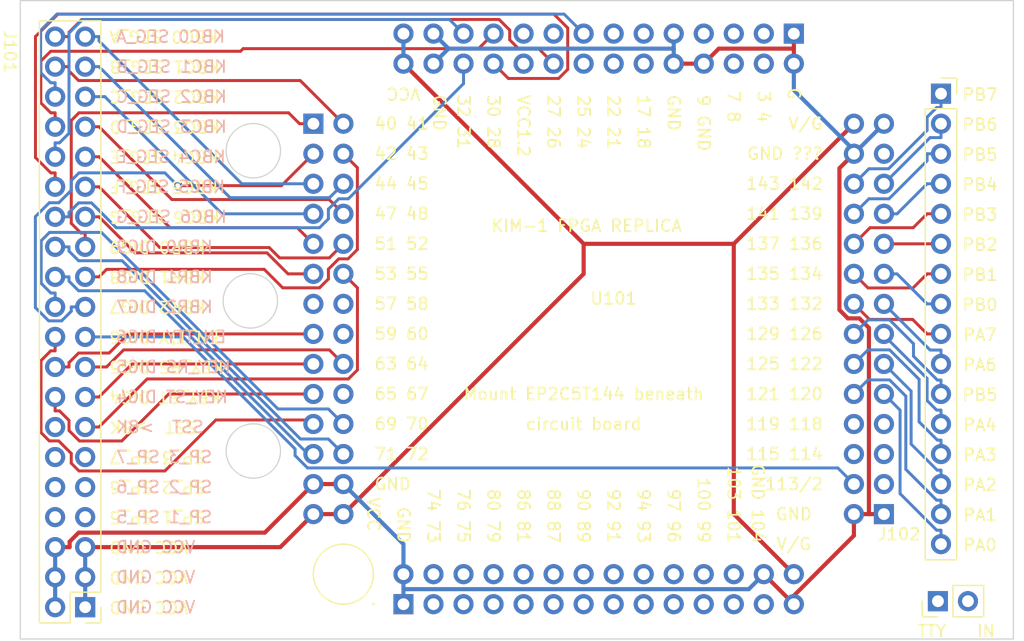
<source format=kicad_pcb>
(kicad_pcb (version 20211014) (generator pcbnew)
  (layers (0 "F.Cu" signal) (31 "B.Cu" signal) (34 "B.Paste" user) (35 "F.Paste" user) (36 "B.SilkS" user "B.Silkscreen") (37 "F.SilkS" user "F.Silkscreen") (38 "B.Mask" user) (39 "F.Mask" user) (44 "Edge.Cuts" user))
  (net 0 "")
  (net 1 "KB_ROW_3")
  (net 2 "LED_DIG_5")
  (net 4 "TTYO")
  (net 5 "ENABLE_TTY")
  (net 6 "TTYIN")
  (net 7 "PA_0")
  (net 8 "PA_1")
  (net 9 "PA_2")
  (net 10 "PA_3")
  (net 11 "PA_4")
  (net 12 "PA_5")
  (net 13 "PA_6")
  (net 14 "PA_7")
  (net 15 "PB_0")
  (net 16 "PB_1")
  (net 17 "PB_2")
  (net 18 "PB_3")
  (net 19 "PB_4")
  (net 20 "PB_5")
  (net 21 "PB_6")
  (net 22 "PB_7")
  (net 27 "LED_SEG_2")
  (net 28 "LED_SEG_0")
  (net 29 "LED_SEG_3")
  (net 30 "LED_SEG_5")
  (net 31 "LED_SEG_4")
  (net 32 "LED_SEG_6")
  (net 33 "KB_ROW_0")
  (net 34 "LED_SEG_1")
  (net 35 "KB_ROW_2")
  (net 36 "KB_ROW_1")
  (net 37 "KB_COL_0")
  (net 38 "KB_COL_1")
  (net 39 "KB_COL_2")
  (net 40 "KB_COL_3")
  (net 41 "KB_COL_4")
  (net 42 "KB_COL_5")
  (net 43 "KB_COL_6")
  (net 44 "ST_KEY")
  (net 45 "RS_KEY")
  (net 46 "LED_DIG_4")
  (net 48 "LED_DIG_6")
  (net 49 "LED_DIG_7")
  (net 50 "LED_DIG_8")
  (net 51 "LED_DIG_9")
  (net 52 "SPARE1")
  (net 53 "SPARE5")
  (net 54 "SPARE2")
  (net 55 "SPARE6")
  (net 56 "SPARE3")
  (net 57 "SPARE7")
  (net 58 "SST_KEY")
  (net 59 "EXP_RAM")
  (net 60 "3V3")
  (net 97 "GND")
  (footprint "kim1:connector" (layer "F.Cu") (at 94.488 119.888 -90)
    (fp_text reference "J101")
    (fp_text value "Conn_02x20_Odd_Even")
  )
  (footprint "EP2C5:EP2C5" (layer "F.Cu") (at 139.192 99.314 -90)
    (fp_text reference "U101")
    (fp_text value "EP2C5")
  )
  (footprint "Connector_PinSocket_2.54mm:PinSocket_1x16_P2.54mm_Vertical" (layer "F.Cu") (at 166.878 76.454)
    (fp_text reference "J102")
    (fp_text value "Conn_01x16_Male")
  )
  (footprint "Connector_PinHeader_2.54mm:PinHeader_1x02_P2.54mm_Vertical" (layer "F.Cu") (at 166.619 119.38 90)
    (fp_text reference "J103" hide)
    (fp_text value "TTY")
  )
  (gr_line locked (start 89 122.58) (end 173 122.58) (layer "Edge.Cuts") (width 0.1))
  (gr_circle (center 108.458 93.98) (end 110.758 93.98) (layer "Edge.Cuts") (width 0.1) (fill none))
  (gr_line locked (start 173 68.58) (end 173 122.58) (layer "Edge.Cuts") (width 0.1))
  (gr_circle (center 108.712 106.68) (end 111.012 106.68) (layer "Edge.Cuts") (width 0.1) (fill none))
  (gr_line locked (start 89 68.58) (end 173 68.58) (layer "Edge.Cuts") (width 0.1))
  (gr_line locked (start 89 68.58) (end 89 122.58) (layer "Edge.Cuts") (width 0.1))
  (gr_circle (center 108.712 81.28) (end 111.012 81.28) (layer "Edge.Cuts") (width 0.1) (fill none))
  (gr_text "PA2\n" (at 170.18 109.55) (layer "F.SilkS") (effects (font (size 1 1))))
  (gr_text "PB1" (at 170.18 91.77) (layer "F.SilkS") (effects (font (size 1 1))))
  (gr_text "KIM-1 FPGA REPLICA" (at 136.906 87.63) (layer "F.SilkS") (effects (font (size 1 1))))
  (gr_text "PB7" (at 170.18 76.53) (layer "F.SilkS") (effects (font (size 1 1))))
  (gr_text "PB5" (at 170.18 81.61) (layer "F.SilkS") (effects (font (size 1 1))))
  (gr_text "PB0" (at 170.18 94.31) (layer "F.SilkS") (effects (font (size 1 1))))
  (gr_text "PA7" (at 170.18 96.85) (layer "F.SilkS") (effects (font (size 1 1))))
  (gr_text "PA6" (at 170.18 99.39) (layer "F.SilkS") (effects (font (size 1 1))))
  (gr_text "PA3" (at 170.18 107.01) (layer "F.SilkS") (effects (font (size 1 1))))
  (gr_text "PB3" (at 170.18 86.69) (layer "F.SilkS") (effects (font (size 1 1))))
  (gr_text "PA4" (at 170.18 104.47) (layer "F.SilkS") (effects (font (size 1 1))))
  (gr_text "PB5" (at 170.18 101.93) (layer "F.SilkS") (effects (font (size 1 1))))
  (gr_text "IN" (at 170.688 121.92) (layer "F.SilkS") (effects (font (size 1 1))))
  (gr_text "PB2\n" (at 170.18 89.23) (layer "F.SilkS") (effects (font (size 1 1))))
  (gr_text "PA0" (at 170.18 114.63) (layer "F.SilkS") (effects (font (size 1 1))))
  (gr_text "PB6" (at 170.18 79.07) (layer "F.SilkS") (effects (font (size 1 1))))
  (gr_text "TTY\n" (at 166.116 121.92) (layer "F.SilkS") (effects (font (size 1 1))))
  (gr_text "PB4" (at 170.18 84.15) (layer "F.SilkS") (effects (font (size 1 1))))
  (gr_text "PA1\n" (at 170.18 112.09) (layer "F.SilkS") (effects (font (size 1 1))))
  (segment (start 98.139 96.774) (end 113.792 96.774) (width 0.25) (layer "F.Cu") (net 2))
  (segment (start 93.9312 98.3927) (end 96.5203 98.3927) (width 0.25) (layer "F.Cu") (net 2))
  (segment (start 93.1233 99.2006) (end 93.9312 98.3927) (width 0.25) (layer "F.Cu") (net 2))
  (segment (start 96.5203 98.3927) (end 98.139 96.774) (width 0.25) (layer "F.Cu") (net 2))
  (segment (start 91.948 99.568) (end 93.1233 99.568) (width 0.25) (layer "F.Cu") (net 2))
  (segment (start 93.1233 99.568) (end 93.1233 99.2006) (width 0.25) (layer "F.Cu") (net 2))
  (segment (start 112.2446 107.0594) (end 113.2945 108.1093) (width 0.25) (layer "B.Cu") (net 5))
  (segment (start 158.1474 108.1093) (end 158.1474 108.1094) (width 0.25) (layer "B.Cu") (net 5))
  (segment (start 102.7722 97.028) (end 112.2446 106.5004) (width 0.25) (layer "B.Cu") (net 5))
  (segment (start 113.2945 108.1093) (end 158.1474 108.1093) (width 0.25) (layer "B.Cu") (net 5))
  (segment (start 94.488 97.028) (end 102.7722 97.028) (width 0.25) (layer "B.Cu") (net 5))
  (segment (start 158.1474 108.1094) (end 159.512 109.474) (width 0.25) (layer "B.Cu") (net 5))
  (segment (start 112.2446 106.5004) (end 112.2446 107.0594) (width 0.25) (layer "B.Cu") (net 5))
  (segment (start 163.4166 110.2846) (end 163.4166 103.2186) (width 0.25) (layer "B.Cu") (net 7))
  (segment (start 166.878 113.3787) (end 166.5107 113.3787) (width 0.25) (layer "B.Cu") (net 7))
  (segment (start 166.878 114.554) (end 166.878 113.3787) (width 0.25) (layer "B.Cu") (net 7))
  (segment (start 163.4166 103.2186) (end 162.052 101.854) (width 0.25) (layer "B.Cu") (net 7))
  (segment (start 166.5107 113.3787) (end 163.4166 110.2846) (width 0.25) (layer "B.Cu") (net 7))
  (segment (start 166.878 112.014) (end 166.878 110.8387) (width 0.25) (layer "B.Cu") (net 8))
  (segment (start 166.878 110.8387) (end 166.5107 110.8387) (width 0.25) (layer "B.Cu") (net 8))
  (segment (start 160.7026 100.6634) (end 159.512 101.854) (width 0.25) (layer "B.Cu") (net 8))
  (segment (start 166.5107 110.8387) (end 163.9015 108.2295) (width 0.25) (layer "B.Cu") (net 8))
  (segment (start 163.9015 108.2295) (end 163.9015 102.0371) (width 0.25) (layer "B.Cu") (net 8))
  (segment (start 162.5278 100.6634) (end 160.7026 100.6634) (width 0.25) (layer "B.Cu") (net 8))
  (segment (start 163.9015 102.0371) (end 162.5278 100.6634) (width 0.25) (layer "B.Cu") (net 8))
  (segment (start 166.878 108.2987) (end 166.5541 108.2987) (width 0.25) (layer "B.Cu") (net 9))
  (segment (start 166.5541 108.2987) (end 164.3519 106.0965) (width 0.25) (layer "B.Cu") (net 9))
  (segment (start 164.3519 101.6139) (end 162.052 99.314) (width 0.25) (layer "B.Cu") (net 9))
  (segment (start 164.3519 106.0965) (end 164.3519 101.6139) (width 0.25) (layer "B.Cu") (net 9))
  (segment (start 166.878 109.474) (end 166.878 108.2987) (width 0.25) (layer "B.Cu") (net 9))
  (segment (start 165.0272 100.618) (end 162.5326 98.1234) (width 0.25) (layer "B.Cu") (net 10))
  (segment (start 165.0272 104.2123) (end 165.0272 100.618) (width 0.25) (layer "B.Cu") (net 10))
  (segment (start 166.878 105.7587) (end 166.5736 105.7587) (width 0.25) (layer "B.Cu") (net 10))
  (segment (start 166.878 106.934) (end 166.878 105.7587) (width 0.25) (layer "B.Cu") (net 10))
  (segment (start 160.7026 98.1234) (end 159.512 99.314) (width 0.25) (layer "B.Cu") (net 10))
  (segment (start 162.5326 98.1234) (end 160.7026 98.1234) (width 0.25) (layer "B.Cu") (net 10))
  (segment (start 166.5736 105.7587) (end 165.0272 104.2123) (width 0.25) (layer "B.Cu") (net 10))
  (segment (start 166.878 104.394) (end 166.878 103.2187) (width 0.25) (layer "B.Cu") (net 11))
  (segment (start 166.5106 103.2187) (end 165.7027 102.4108) (width 0.25) (layer "B.Cu") (net 11))
  (segment (start 166.878 103.2187) (end 166.5106 103.2187) (width 0.25) (layer "B.Cu") (net 11))
  (segment (start 165.7027 100.5471) (end 162.052 96.8964) (width 0.25) (layer "B.Cu") (net 11))
  (segment (start 165.7027 102.4108) (end 165.7027 100.5471) (width 0.25) (layer "B.Cu") (net 11))
  (segment (start 162.052 96.8964) (end 162.052 96.774) (width 0.25) (layer "B.Cu") (net 11))
  (segment (start 160.7026 95.5834) (end 159.512 96.774) (width 0.25) (layer "B.Cu") (net 12))
  (segment (start 166.5729 100.6787) (end 164.552 98.6578) (width 0.25) (layer "B.Cu") (net 12))
  (segment (start 162.5278 95.5834) (end 160.7026 95.5834) (width 0.25) (layer "B.Cu") (net 12))
  (segment (start 164.552 97.6076) (end 162.5278 95.5834) (width 0.25) (layer "B.Cu") (net 12))
  (segment (start 164.552 98.6578) (end 164.552 97.6076) (width 0.25) (layer "B.Cu") (net 12))
  (segment (start 166.878 100.6787) (end 166.5729 100.6787) (width 0.25) (layer "B.Cu") (net 12))
  (segment (start 166.878 101.854) (end 166.878 100.6787) (width 0.25) (layer "B.Cu") (net 12))
  (segment (start 165.9567 98.1387) (end 162.052 94.234) (width 0.25) (layer "B.Cu") (net 13))
  (segment (start 166.878 99.314) (end 166.878 98.1387) (width 0.25) (layer "B.Cu") (net 13))
  (segment (start 166.878 98.1387) (end 165.9567 98.1387) (width 0.25) (layer "B.Cu") (net 13))
  (segment (start 165.7027 96.774) (end 164.4764 95.5477) (width 0.25) (layer "F.Cu") (net 14))
  (segment (start 160.8257 95.5477) (end 159.512 94.234) (width 0.25) (layer "F.Cu") (net 14))
  (segment (start 164.4764 95.5477) (end 160.8257 95.5477) (width 0.25) (layer "F.Cu") (net 14))
  (segment (start 166.878 96.774) (end 165.7027 96.774) (width 0.25) (layer "F.Cu") (net 14))
  (segment (start 163.1627 91.694) (end 162.052 91.694) (width 0.25) (layer "B.Cu") (net 15))
  (segment (start 166.878 94.234) (end 165.7027 94.234) (width 0.25) (layer "B.Cu") (net 15))
  (segment (start 165.7027 94.234) (end 163.1627 91.694) (width 0.25) (layer "B.Cu") (net 15))
  (segment (start 160.7026 92.8846) (end 159.512 91.694) (width 0.25) (layer "F.Cu") (net 16))
  (segment (start 165.7027 91.694) (end 164.5121 92.8846) (width 0.25) (layer "F.Cu") (net 16))
  (segment (start 164.5121 92.8846) (end 160.7026 92.8846) (width 0.25) (layer "F.Cu") (net 16))
  (segment (start 166.878 91.694) (end 165.7027 91.694) (width 0.25) (layer "F.Cu") (net 16))
  (segment (start 166.878 89.154) (end 162.052 89.154) (width 0.25) (layer "F.Cu") (net 17))
  (segment (start 165.7027 86.614) (end 164.5274 87.7893) (width 0.25) (layer "F.Cu") (net 18))
  (segment (start 164.5274 87.7893) (end 160.8767 87.7893) (width 0.25) (layer "F.Cu") (net 18))
  (segment (start 166.878 86.614) (end 165.7027 86.614) (width 0.25) (layer "F.Cu") (net 18))
  (segment (start 160.8767 87.7893) (end 159.512 89.154) (width 0.25) (layer "F.Cu") (net 18))
  (segment (start 165.7027 84.074) (end 163.1627 86.614) (width 0.25) (layer "B.Cu") (net 19))
  (segment (start 163.1627 86.614) (end 162.052 86.614) (width 0.25) (layer "B.Cu") (net 19))
  (segment (start 166.878 84.074) (end 165.7027 84.074) (width 0.25) (layer "B.Cu") (net 19))
  (segment (start 162.4803 85.344) (end 160.782 85.344) (width 0.25) (layer "B.Cu") (net 20))
  (segment (start 166.878 81.534) (end 165.7027 81.534) (width 0.25) (layer "B.Cu") (net 20))
  (segment (start 165.7027 81.534) (end 165.7027 82.1216) (width 0.25) (layer "B.Cu") (net 20))
  (segment (start 165.7027 82.1216) (end 162.4803 85.344) (width 0.25) (layer "B.Cu") (net 20))
  (segment (start 160.782 85.344) (end 159.512 86.614) (width 0.25) (layer "B.Cu") (net 20))
  (segment (start 166.878 80.1693) (end 165.9567 80.1693) (width 0.25) (layer "B.Cu") (net 21))
  (segment (start 165.9567 80.1693) (end 162.052 84.074) (width 0.25) (layer "B.Cu") (net 21))
  (segment (start 166.878 78.994) (end 166.878 80.1693) (width 0.25) (layer "B.Cu") (net 21))
  (segment (start 166.878 76.454) (end 166.878 77.6293) (width 0.25) (layer "B.Cu") (net 22))
  (segment (start 162.4484 82.804) (end 160.782 82.804) (width 0.25) (layer "B.Cu") (net 22))
  (segment (start 165.7027 79.5497) (end 162.4484 82.804) (width 0.25) (layer "B.Cu") (net 22))
  (segment (start 166.5106 77.6293) (end 165.7027 78.4372) (width 0.25) (layer "B.Cu") (net 22))
  (segment (start 160.782 82.804) (end 159.512 84.074) (width 0.25) (layer "B.Cu") (net 22))
  (segment (start 165.7027 78.4372) (end 165.7027 79.5497) (width 0.25) (layer "B.Cu") (net 22))
  (segment (start 166.878 77.6293) (end 166.5106 77.6293) (width 0.25) (layer "B.Cu") (net 22))
  (segment (start 91.5807 75.5327) (end 90.7212 74.6732) (width 0.25) (layer "B.Cu") (net 27))
  (segment (start 91.948 75.5327) (end 91.5807 75.5327) (width 0.25) (layer "B.Cu") (net 27))
  (segment (start 91.948 76.708) (end 91.948 75.5327) (width 0.25) (layer "B.Cu") (net 27))
  (segment (start 135.0038 69.7258) (end 136.652 71.374) (width 0.25) (layer "B.Cu") (net 27))
  (segment (start 90.7212 71.1007) (end 92.0961 69.7258) (width 0.25) (layer "B.Cu") (net 27))
  (segment (start 90.7212 74.6732) (end 90.7212 71.1007) (width 0.25) (layer "B.Cu") (net 27))
  (segment (start 92.0961 69.7258) (end 135.0038 69.7258) (width 0.25) (layer "B.Cu") (net 27))
  (segment (start 91.948 71.628) (end 93.1233 71.628) (width 0.25) (layer "F.Cu") (net 28))
  (segment (start 130.3966 71.0738) (end 130.3966 71.8996) (width 0.25) (layer "F.Cu") (net 28))
  (segment (start 93.1233 71.2607) (end 94.2078 70.1762) (width 0.25) (layer "F.Cu") (net 28))
  (segment (start 132.842 72.644) (end 134.112 73.914) (width 0.25) (layer "F.Cu") (net 28))
  (segment (start 131.141 72.644) (end 132.842 72.644) (width 0.25) (layer "F.Cu") (net 28))
  (segment (start 129.499 70.1762) (end 130.3966 71.0738) (width 0.25) (layer "F.Cu") (net 28))
  (segment (start 94.2078 70.1762) (end 129.499 70.1762) (width 0.25) (layer "F.Cu") (net 28))
  (segment (start 93.1233 71.628) (end 93.1233 71.2607) (width 0.25) (layer "F.Cu") (net 28))
  (segment (start 130.3966 71.8996) (end 131.141 72.644) (width 0.25) (layer "F.Cu") (net 28))
  (segment (start 91.571 72.8675) (end 107.6282 72.8675) (width 0.25) (layer "F.Cu") (net 29))
  (segment (start 107.6282 72.8675) (end 107.8517 72.644) (width 0.25) (layer "F.Cu") (net 29))
  (segment (start 90.7366 77.2286) (end 90.7366 73.7019) (width 0.25) (layer "F.Cu") (net 29))
  (segment (start 91.948 78.0727) (end 91.5807 78.0727) (width 0.25) (layer "F.Cu") (net 29))
  (segment (start 91.948 79.248) (end 91.948 78.0727) (width 0.25) (layer "F.Cu") (net 29))
  (segment (start 90.7366 73.7019) (end 91.571 72.8675) (width 0.25) (layer "F.Cu") (net 29))
  (segment (start 107.8517 72.644) (end 127.762 72.644) (width 0.25) (layer "F.Cu") (net 29))
  (segment (start 127.762 72.644) (end 129.032 71.374) (width 0.25) (layer "F.Cu") (net 29))
  (segment (start 91.5807 78.0727) (end 90.7366 77.2286) (width 0.25) (layer "F.Cu") (net 29))
  (segment (start 90.2862 81.8582) (end 90.2862 71.6228) (width 0.25) (layer "F.Cu") (net 30))
  (segment (start 91.948 84.328) (end 91.948 83.1527) (width 0.25) (layer "F.Cu") (net 30))
  (segment (start 92.1832 69.7258) (end 134.133 69.7258) (width 0.25) (layer "F.Cu") (net 30))
  (segment (start 91.948 83.1527) (end 91.5807 83.1527) (width 0.25) (layer "F.Cu") (net 30))
  (segment (start 130.2854 75.1674) (end 129.032 73.914) (width 0.25) (layer "F.Cu") (net 30))
  (segment (start 135.3039 70.8967) (end 135.3039 74.4007) (width 0.25) (layer "F.Cu") (net 30))
  (segment (start 90.2862 71.6228) (end 92.1832 69.7258) (width 0.25) (layer "F.Cu") (net 30))
  (segment (start 91.5807 83.1527) (end 90.2862 81.8582) (width 0.25) (layer "F.Cu") (net 30))
  (segment (start 134.133 69.7258) (end 135.3039 70.8967) (width 0.25) (layer "F.Cu") (net 30))
  (segment (start 135.3039 74.4007) (end 134.5372 75.1674) (width 0.25) (layer "F.Cu") (net 30))
  (segment (start 134.5372 75.1674) (end 130.2854 75.1674) (width 0.25) (layer "F.Cu") (net 30))
  (segment (start 91.948 81.788) (end 91.948 80.6127) (width 0.25) (layer "B.Cu") (net 31))
  (segment (start 94.2721 70.1769) (end 125.2949 70.1769) (width 0.25) (layer "B.Cu") (net 31))
  (segment (start 93.1233 71.3257) (end 94.2721 70.1769) (width 0.25) (layer "B.Cu") (net 31))
  (segment (start 92.3154 80.6127) (end 93.1233 79.8048) (width 0.25) (layer "B.Cu") (net 31))
  (segment (start 93.1233 79.8048) (end 93.1233 71.3257) (width 0.25) (layer "B.Cu") (net 31))
  (segment (start 125.2949 70.1769) (end 126.492 71.374) (width 0.25) (layer "B.Cu") (net 31))
  (segment (start 91.948 80.6127) (end 92.3154 80.6127) (width 0.25) (layer "B.Cu") (net 31))
  (segment (start 114.3176 87.7894) (end 115.062 87.045) (width 0.25) (layer "B.Cu") (net 32))
  (segment (start 115.062 86.2176) (end 115.9356 85.344) (width 0.25) (layer "B.Cu") (net 32))
  (segment (start 91.948 86.868) (end 93.1233 86.868) (width 0.25) (layer "B.Cu") (net 32))
  (segment (start 126.492 75.6045) (end 126.492 73.914) (width 0.25) (layer "B.Cu") (net 32))
  (segment (start 116.7525 85.344) (end 126.492 75.6045) (width 0.25) (layer "B.Cu") (net 32))
  (segment (start 115.062 87.045) (end 115.062 86.2176) (width 0.25) (layer "B.Cu") (net 32))
  (segment (start 97.1218 87.7894) (end 114.3176 87.7894) (width 0.25) (layer "B.Cu") (net 32))
  (segment (start 95.0203 85.6879) (end 97.1218 87.7894) (width 0.25) (layer "B.Cu") (net 32))
  (segment (start 93.1233 86.5007) (end 93.9361 85.6879) (width 0.25) (layer "B.Cu") (net 32))
  (segment (start 93.9361 85.6879) (end 95.0203 85.6879) (width 0.25) (layer "B.Cu") (net 32))
  (segment (start 93.1233 86.868) (end 93.1233 86.5007) (width 0.25) (layer "B.Cu") (net 32))
  (segment (start 115.9356 85.344) (end 116.7525 85.344) (width 0.25) (layer "B.Cu") (net 32))
  (segment (start 113.792 78.994) (end 112.6167 78.994) (width 0.25) (layer "F.Cu") (net 33))
  (segment (start 94.488 88.2327) (end 94.1207 88.2327) (width 0.25) (layer "F.Cu") (net 33))
  (segment (start 94.488 89.408) (end 94.488 88.2327) (width 0.25) (layer "F.Cu") (net 33))
  (segment (start 93.3126 87.4246) (end 93.3126 78.7224) (width 0.25) (layer "F.Cu") (net 33))
  (segment (start 111.6937 78.071) (end 112.6167 78.994) (width 0.25) (layer "F.Cu") (net 33))
  (segment (start 93.964 78.071) (end 111.6937 78.071) (width 0.25) (layer "F.Cu") (net 33))
  (segment (start 93.3126 78.7224) (end 93.964 78.071) (width 0.25) (layer "F.Cu") (net 33))
  (segment (start 94.1207 88.2327) (end 93.3126 87.4246) (width 0.25) (layer "F.Cu") (net 33))
  (segment (start 93.9312 75.3433) (end 112.6813 75.3433) (width 0.25) (layer "F.Cu") (net 34))
  (segment (start 93.1233 74.168) (end 93.1233 74.5354) (width 0.25) (layer "F.Cu") (net 34))
  (segment (start 93.1233 74.5354) (end 93.9312 75.3433) (width 0.25) (layer "F.Cu") (net 34))
  (segment (start 112.6813 75.3433) (end 116.332 78.994) (width 0.25) (layer "F.Cu") (net 34))
  (segment (start 91.948 74.168) (end 93.1233 74.168) (width 0.25) (layer "F.Cu") (net 34))
  (segment (start 113.792 81.534) (end 111.0927 84.2333) (width 0.25) (layer "F.Cu") (net 35))
  (segment (start 111.0927 84.2333) (end 102.3115 84.2333) (width 0.25) (layer "F.Cu") (net 35))
  (via (at 102.3115 84.2333) (size 0.8) (drill 0.4) (layers "F.Cu" "B.Cu") (net 35))
  (segment (start 93.3126 83.8024) (end 93.964 83.151) (width 0.25) (layer "B.Cu") (net 35))
  (segment (start 92.4996 95.6684) (end 91.3997 95.6684) (width 0.25) (layer "B.Cu") (net 35))
  (segment (start 93.3127 94.8553) (end 92.4996 95.6684) (width 0.25) (layer "B.Cu") (net 35))
  (segment (start 93.3127 94.488) (end 93.3127 94.8553) (width 0.25) (layer "B.Cu") (net 35))
  (segment (start 91.4529 85.6776) (end 92.2626 85.6776) (width 0.25) (layer "B.Cu") (net 35))
  (segment (start 90.2776 94.5463) (end 90.2776 86.8529) (width 0.25) (layer "B.Cu") (net 35))
  (segment (start 101.2292 83.151) (end 102.3115 84.2333) (width 0.25) (layer "B.Cu") (net 35))
  (segment (start 91.3997 95.6684) (end 90.2776 94.5463) (width 0.25) (layer "B.Cu") (net 35))
  (segment (start 92.2626 85.6776) (end 93.3126 84.6276) (width 0.25) (layer "B.Cu") (net 35))
  (segment (start 90.2776 86.8529) (end 91.4529 85.6776) (width 0.25) (layer "B.Cu") (net 35))
  (segment (start 93.964 83.151) (end 101.2292 83.151) (width 0.25) (layer "B.Cu") (net 35))
  (segment (start 94.488 94.488) (end 93.3127 94.488) (width 0.25) (layer "B.Cu") (net 35))
  (segment (start 93.3126 84.6276) (end 93.3126 83.8024) (width 0.25) (layer "B.Cu") (net 35))
  (segment (start 111.1963 92.875) (end 114.312 92.875) (width 0.25) (layer "F.Cu") (net 36))
  (segment (start 96.2986 91.3127) (end 109.634 91.3127) (width 0.25) (layer "F.Cu") (net 36))
  (segment (start 115.062 92.125) (end 115.062 91.2961) (width 0.25) (layer "F.Cu") (net 36))
  (segment (start 116.7244 90.424) (end 117.5143 89.6341) (width 0.25) (layer "F.Cu") (net 36))
  (segment (start 114.312 92.875) (end 115.062 92.125) (width 0.25) (layer "F.Cu") (net 36))
  (segment (start 109.634 91.3127) (end 111.1963 92.875) (width 0.25) (layer "F.Cu") (net 36))
  (segment (start 117.5143 82.7163) (end 116.332 81.534) (width 0.25) (layer "F.Cu") (net 36))
  (segment (start 94.488 91.948) (end 95.6633 91.948) (width 0.25) (layer "F.Cu") (net 36))
  (segment (start 117.5143 89.6341) (end 117.5143 82.7163) (width 0.25) (layer "F.Cu") (net 36))
  (segment (start 115.9341 90.424) (end 116.7244 90.424) (width 0.25) (layer "F.Cu") (net 36))
  (segment (start 95.6633 91.948) (end 96.2986 91.3127) (width 0.25) (layer "F.Cu") (net 36))
  (segment (start 115.062 91.2961) (end 115.9341 90.424) (width 0.25) (layer "F.Cu") (net 36))
  (segment (start 95.6633 71.9953) (end 107.742 84.074) (width 0.25) (layer "B.Cu") (net 37))
  (segment (start 107.742 84.074) (end 113.792 84.074) (width 0.25) (layer "B.Cu") (net 37))
  (segment (start 94.488 71.628) (end 95.6633 71.628) (width 0.25) (layer "B.Cu") (net 37))
  (segment (start 95.6633 71.628) (end 95.6633 71.9953) (width 0.25) (layer "B.Cu") (net 37))
  (segment (start 106.7465 85.2512) (end 115.1548 85.2512) (width 0.25) (layer "B.Cu") (net 38))
  (segment (start 95.6633 74.168) (end 106.7465 85.2512) (width 0.25) (layer "B.Cu") (net 38))
  (segment (start 115.1548 85.2512) (end 116.332 84.074) (width 0.25) (layer "B.Cu") (net 38))
  (segment (start 94.488 74.168) (end 95.6633 74.168) (width 0.25) (layer "B.Cu") (net 38))
  (segment (start 113.792 86.614) (end 106.0618 86.614) (width 0.25) (layer "B.Cu") (net 39))
  (segment (start 106.0618 86.614) (end 96.1558 76.708) (width 0.25) (layer "B.Cu") (net 39))
  (segment (start 96.1558 76.708) (end 95.6633 76.708) (width 0.25) (layer "B.Cu") (net 39))
  (segment (start 94.488 76.708) (end 95.6633 76.708) (width 0.25) (layer "B.Cu") (net 39))
  (segment (start 101.8243 85.409) (end 95.6633 79.248) (width 0.25) (layer "F.Cu") (net 40))
  (segment (start 116.332 86.614) (end 115.127 85.409) (width 0.25) (layer "F.Cu") (net 40))
  (segment (start 115.127 85.409) (end 101.8243 85.409) (width 0.25) (layer "F.Cu") (net 40))
  (segment (start 94.488 79.248) (end 95.6633 79.248) (width 0.25) (layer "F.Cu") (net 40))
  (segment (start 95.6633 81.788) (end 101.6647 87.7894) (width 0.25) (layer "F.Cu") (net 41))
  (segment (start 101.6647 87.7894) (end 112.4274 87.7894) (width 0.25) (layer "F.Cu") (net 41))
  (segment (start 112.4274 87.7894) (end 113.792 89.154) (width 0.25) (layer "F.Cu") (net 41))
  (segment (start 94.488 81.788) (end 95.6633 81.788) (width 0.25) (layer "F.Cu") (net 41))
  (segment (start 116.332 89.154) (end 115.1414 90.3446) (width 0.25) (layer "F.Cu") (net 42))
  (segment (start 110.9331 90.3446) (end 110.0558 89.4673) (width 0.25) (layer "F.Cu") (net 42))
  (segment (start 110.0558 89.4673) (end 100.8026 89.4673) (width 0.25) (layer "F.Cu") (net 42))
  (segment (start 94.488 84.328) (end 95.6633 84.328) (width 0.25) (layer "F.Cu") (net 42))
  (segment (start 115.1414 90.3446) (end 110.9331 90.3446) (width 0.25) (layer "F.Cu") (net 42))
  (segment (start 100.8026 89.4673) (end 95.6633 84.328) (width 0.25) (layer "F.Cu") (net 42))
  (segment (start 113.792 91.694) (end 111.6456 91.694) (width 0.25) (layer "F.Cu") (net 43))
  (segment (start 94.488 86.868) (end 95.6633 86.868) (width 0.25) (layer "F.Cu") (net 43))
  (segment (start 98.7129 89.9176) (end 95.6633 86.868) (width 0.25) (layer "F.Cu") (net 43))
  (segment (start 109.8692 89.9176) (end 98.7129 89.9176) (width 0.25) (layer "F.Cu") (net 43))
  (segment (start 111.6456 91.694) (end 109.8692 89.9176) (width 0.25) (layer "F.Cu") (net 43))
  (segment (start 95.6633 102.108) (end 98.4573 99.314) (width 0.25) (layer "F.Cu") (net 44))
  (segment (start 98.4573 99.314) (end 113.792 99.314) (width 0.25) (layer "F.Cu") (net 44))
  (segment (start 94.488 102.108) (end 95.6633 102.108) (width 0.25) (layer "F.Cu") (net 44))
  (segment (start 94.488 99.568) (end 95.6633 99.568) (width 0.25) (layer "F.Cu") (net 45))
  (segment (start 115.1414 98.1234) (end 116.332 99.314) (width 0.25) (layer "F.Cu") (net 45))
  (segment (start 96.3001 99.568) (end 97.7447 98.1234) (width 0.25) (layer "F.Cu") (net 45))
  (segment (start 97.7447 98.1234) (end 115.1414 98.1234) (width 0.25) (layer "F.Cu") (net 45))
  (segment (start 95.6633 99.568) (end 96.3001 99.568) (width 0.25) (layer "F.Cu") (net 45))
  (segment (start 92.3154 103.2833) (end 93.1233 104.0912) (width 0.25) (layer "F.Cu") (net 46))
  (segment (start 94.006 105.8308) (end 97.5816 105.8308) (width 0.25) (layer "F.Cu") (net 46))
  (segment (start 93.1233 104.0912) (end 93.1233 104.9481) (width 0.25) (layer "F.Cu") (net 46))
  (segment (start 93.1233 104.9481) (end 94.006 105.8308) (width 0.25) (layer "F.Cu") (net 46))
  (segment (start 97.5816 105.8308) (end 101.5584 101.854) (width 0.25) (layer "F.Cu") (net 46))
  (segment (start 101.5584 101.854) (end 113.792 101.854) (width 0.25) (layer "F.Cu") (net 46))
  (segment (start 91.948 103.2833) (end 92.3154 103.2833) (width 0.25) (layer "F.Cu") (net 46))
  (segment (start 91.948 102.108) (end 91.948 103.2833) (width 0.25) (layer "F.Cu") (net 46))
  (segment (start 101.2286 108.3649) (end 105.5407 104.0528) (width 0.25) (layer "F.Cu") (net 48))
  (segment (start 91.5807 98.2033) (end 90.7532 99.0308) (width 0.25) (layer "F.Cu") (net 48))
  (segment (start 91.948 97.028) (end 91.948 98.2033) (width 0.25) (layer "F.Cu") (net 48))
  (segment (start 93.9639 108.3649) (end 101.2286 108.3649) (width 0.25) (layer "F.Cu") (net 48))
  (segment (start 113.4508 104.0528) (end 113.792 104.394) (width 0.25) (layer "F.Cu") (net 48))
  (segment (start 105.5407 104.0528) (end 113.4508 104.0528) (width 0.25) (layer "F.Cu") (net 48))
  (segment (start 90.7532 105.1218) (end 91.4548 105.8234) (width 0.25) (layer "F.Cu") (net 48))
  (segment (start 90.7532 99.0308) (end 90.7532 105.1218) (width 0.25) (layer "F.Cu") (net 48))
  (segment (start 91.948 98.2033) (end 91.5807 98.2033) (width 0.25) (layer "F.Cu") (net 48))
  (segment (start 93.3126 107.7136) (end 93.9639 108.3649) (width 0.25) (layer "F.Cu") (net 48))
  (segment (start 93.3126 106.8884) (end 93.3126 107.7136) (width 0.25) (layer "F.Cu") (net 48))
  (segment (start 92.2476 105.8234) (end 93.3126 106.8884) (width 0.25) (layer "F.Cu") (net 48))
  (segment (start 91.4548 105.8234) (end 92.2476 105.8234) (width 0.25) (layer "F.Cu") (net 48))
  (segment (start 115.062 103.124) (end 116.332 104.394) (width 0.25) (layer "B.Cu") (net 49))
  (segment (start 110.7968 103.124) (end 115.062 103.124) (width 0.25) (layer "B.Cu") (net 49))
  (segment (start 91.5807 93.3127) (end 90.7686 92.5006) (width 0.25) (layer "B.Cu") (net 49))
  (segment (start 90.7686 92.5006) (end 90.7686 88.8899) (width 0.25) (layer "B.Cu") (net 49))
  (segment (start 90.7686 88.8899) (end 91.4691 88.1894) (width 0.25) (layer "B.Cu") (net 49))
  (segment (start 91.948 94.488) (end 91.948 93.3127) (width 0.25) (layer "B.Cu") (net 49))
  (segment (start 95.8622 88.1894) (end 110.7968 103.124) (width 0.25) (layer "B.Cu") (net 49))
  (segment (start 91.4691 88.1894) (end 95.8622 88.1894) (width 0.25) (layer "B.Cu") (net 49))
  (segment (start 91.948 93.3127) (end 91.5807 93.3127) (width 0.25) (layer "B.Cu") (net 49))
  (segment (start 93.9312 93.1233) (end 99.5223 93.1233) (width 0.25) (layer "B.Cu") (net 50))
  (segment (start 113.333 106.934) (end 113.792 106.934) (width 0.25) (layer "B.Cu") (net 50))
  (segment (start 91.948 91.948) (end 93.1233 91.948) (width 0.25) (layer "B.Cu") (net 50))
  (segment (start 93.1233 92.3154) (end 93.9312 93.1233) (width 0.25) (layer "B.Cu") (net 50))
  (segment (start 93.1233 91.948) (end 93.1233 92.3154) (width 0.25) (layer "B.Cu") (net 50))
  (segment (start 99.5223 93.1233) (end 113.333 106.934) (width 0.25) (layer "B.Cu") (net 50))
  (segment (start 112.6999 105.664) (end 115.062 105.664) (width 0.25) (layer "B.Cu") (net 51))
  (segment (start 93.1233 89.408) (end 93.1233 89.7754) (width 0.25) (layer "B.Cu") (net 51))
  (segment (start 97.6192 90.5833) (end 112.6999 105.664) (width 0.25) (layer "B.Cu") (net 51))
  (segment (start 93.1233 89.7754) (end 93.9312 90.5833) (width 0.25) (layer "B.Cu") (net 51))
  (segment (start 93.9312 90.5833) (end 97.6192 90.5833) (width 0.25) (layer "B.Cu") (net 51))
  (segment (start 91.948 89.408) (end 93.1233 89.408) (width 0.25) (layer "B.Cu") (net 51))
  (segment (start 115.062 105.664) (end 116.332 106.934) (width 0.25) (layer "B.Cu") (net 51))
  (segment (start 99.7273 100.584) (end 116.7527 100.584) (width 0.25) (layer "F.Cu") (net 58))
  (segment (start 116.7527 100.584) (end 117.5196 99.8171) (width 0.25) (layer "F.Cu") (net 58))
  (segment (start 95.6633 104.648) (end 99.7273 100.584) (width 0.25) (layer "F.Cu") (net 58))
  (segment (start 117.5196 92.8816) (end 116.332 91.694) (width 0.25) (layer "F.Cu") (net 58))
  (segment (start 94.488 104.648) (end 95.6633 104.648) (width 0.25) (layer "F.Cu") (net 58))
  (segment (start 117.5196 99.8171) (end 117.5196 92.8816) (width 0.25) (layer "F.Cu") (net 58))
  (segment (start 94.488 114.808) (end 110.998 114.808) (width 0.35) (layer "F.Cu") (net 60))
  (segment (start 116.332 112.014) (end 136.652 91.694) (width 0.35) (layer "F.Cu") (net 60))
  (segment (start 149.352 89.154) (end 149.352 112.014) (width 0.35) (layer "F.Cu") (net 60))
  (segment (start 113.792 112.014) (end 116.332 112.014) (width 0.35) (layer "F.Cu") (net 60))
  (segment (start 149.352 112.014) (end 154.432 117.094) (width 0.35) (layer "F.Cu") (net 60))
  (segment (start 149.352 89.154) (end 159.512 78.994) (width 0.35) (layer "F.Cu") (net 60))
  (segment (start 136.652 89.154) (end 149.352 89.154) (width 0.35) (layer "F.Cu") (net 60))
  (segment (start 110.998 114.808) (end 113.792 112.014) (width 0.35) (layer "F.Cu") (net 60))
  (segment (start 136.652 91.694) (end 136.652 89.154) (width 0.35) (layer "F.Cu") (net 60))
  (segment (start 121.412 73.914) (end 136.652 89.154) (width 0.35) (layer "F.Cu") (net 60))
  (segment (start 94.488 117.348) (end 94.488 119.888) (width 0.35) (layer "B.Cu") (net 60))
  (segment (start 121.412 73.914) (end 121.412 71.374) (width 0.35) (layer "B.Cu") (net 60))
  (segment (start 94.488 114.808) (end 94.488 117.348) (width 0.35) (layer "B.Cu") (net 60))
  (segment (start 93.1733 114.808) (end 93.1733 114.3484) (width 0.35) (layer "F.Cu") (net 97))
  (segment (start 93.939 113.5827) (end 109.6833 113.5827) (width 0.35) (layer "F.Cu") (net 97))
  (segment (start 154.432 73.914) (end 154.432 72.644) (width 0.35) (layer "F.Cu") (net 97))
  (segment (start 154.0722 119.2742) (end 151.892 117.094) (width 0.35) (layer "F.Cu") (net 97))
  (segment (start 159.512 112.014) (end 160.782 112.014) (width 0.35) (layer "F.Cu") (net 97))
  (segment (start 159.512 113.8344) (end 159.512 112.014) (width 0.35) (layer "F.Cu") (net 97))
  (segment (start 159.9801 95.4594) (end 160.782 96.2613) (width 0.35) (layer "F.Cu") (net 97))
  (segment (start 160.782 112.014) (end 160.8267 112.014) (width 0.35) (layer "F.Cu") (net 97))
  (segment (start 159.512 81.534) (end 158.2866 82.7594) (width 0.35) (layer "F.Cu") (net 97))
  (segment (start 154.432 119.634) (end 154.0722 119.2742) (width 0.35) (layer "F.Cu") (net 97))
  (segment (start 154.432 72.644) (end 154.432 71.374) (width 0.35) (layer "F.Cu") (net 97))
  (segment (start 93.1733 114.3484) (end 93.939 113.5827) (width 0.35) (layer "F.Cu") (net 97))
  (segment (start 162.052 112.014) (end 160.8267 112.014) (width 0.35) (layer "F.Cu") (net 97))
  (segment (start 144.272 73.914) (end 146.812 73.914) (width 0.35) (layer "F.Cu") (net 97))
  (segment (start 148.082 72.644) (end 154.432 72.644) (width 0.35) (layer "F.Cu") (net 97))
  (segment (start 158.2866 82.7594) (end 158.2866 94.7438) (width 0.35) (layer "F.Cu") (net 97))
  (segment (start 113.792 109.474) (end 116.332 109.474) (width 0.35) (layer "F.Cu") (net 97))
  (segment (start 159.0022 95.4594) (end 159.9801 95.4594) (width 0.35) (layer "F.Cu") (net 97))
  (segment (start 91.948 114.808) (end 93.1733 114.808) (width 0.35) (layer "F.Cu") (net 97))
  (segment (start 146.812 73.914) (end 148.082 72.644) (width 0.35) (layer "F.Cu") (net 97))
  (segment (start 158.2866 94.7438) (end 159.0022 95.4594) (width 0.35) (layer "F.Cu") (net 97))
  (segment (start 154.0722 119.2742) (end 159.512 113.8344) (width 0.35) (layer "F.Cu") (net 97))
  (segment (start 160.782 96.2613) (end 160.782 112.014) (width 0.35) (layer "F.Cu") (net 97))
  (segment (start 109.6833 113.5827) (end 113.792 109.474) (width 0.35) (layer "F.Cu") (net 97))
  (segment (start 116.332 109.474) (end 121.412 114.554) (width 0.35) (layer "B.Cu") (net 97))
  (segment (start 121.412 117.094) (end 121.412 118.364) (width 0.35) (layer "B.Cu") (net 97))
  (segment (start 125.222 72.644) (end 123.952 73.914) (width 0.35) (layer "B.Cu") (net 97))
  (segment (start 144.272 72.644) (end 125.222 72.644) (width 0.35) (layer "B.Cu") (net 97))
  (segment (start 154.432 76.1549) (end 159.512 81.2349) (width 0.35) (layer "B.Cu") (net 97))
  (segment (start 121.412 118.364) (end 121.412 119.634) (width 0.35) (layer "B.Cu") (net 97))
  (segment (start 159.512 81.2349) (end 159.512 81.534) (width 0.35) (layer "B.Cu") (net 97))
  (segment (start 159.8111 81.2349) (end 162.052 78.994) (width 0.35) (layer "B.Cu") (net 97))
  (segment (start 150.622 118.364) (end 151.892 117.094) (width 0.35) (layer "B.Cu") (net 97))
  (segment (start 125.222 72.644) (end 123.952 71.374) (width 0.35) (layer "B.Cu") (net 97))
  (segment (start 144.272 73.914) (end 144.272 72.644) (width 0.35) (layer "B.Cu") (net 97))
  (segment (start 144.272 72.644) (end 144.272 71.374) (width 0.35) (layer "B.Cu") (net 97))
  (segment (start 91.948 114.808) (end 91.948 117.348) (width 0.35) (layer "B.Cu") (net 97))
  (segment (start 159.512 81.2349) (end 159.8111 81.2349) (width 0.35) (layer "B.Cu") (net 97))
  (segment (start 91.948 117.348) (end 91.948 119.888) (width 0.35) (layer "B.Cu") (net 97))
  (segment (start 121.412 114.554) (end 121.412 117.094) (width 0.35) (layer "B.Cu") (net 97))
  (segment (start 121.412 118.364) (end 150.622 118.364) (width 0.35) (layer "B.Cu") (net 97))
  (segment (start 154.432 73.914) (end 154.432 76.1549) (width 0.35) (layer "B.Cu") (net 97))
)
</source>
